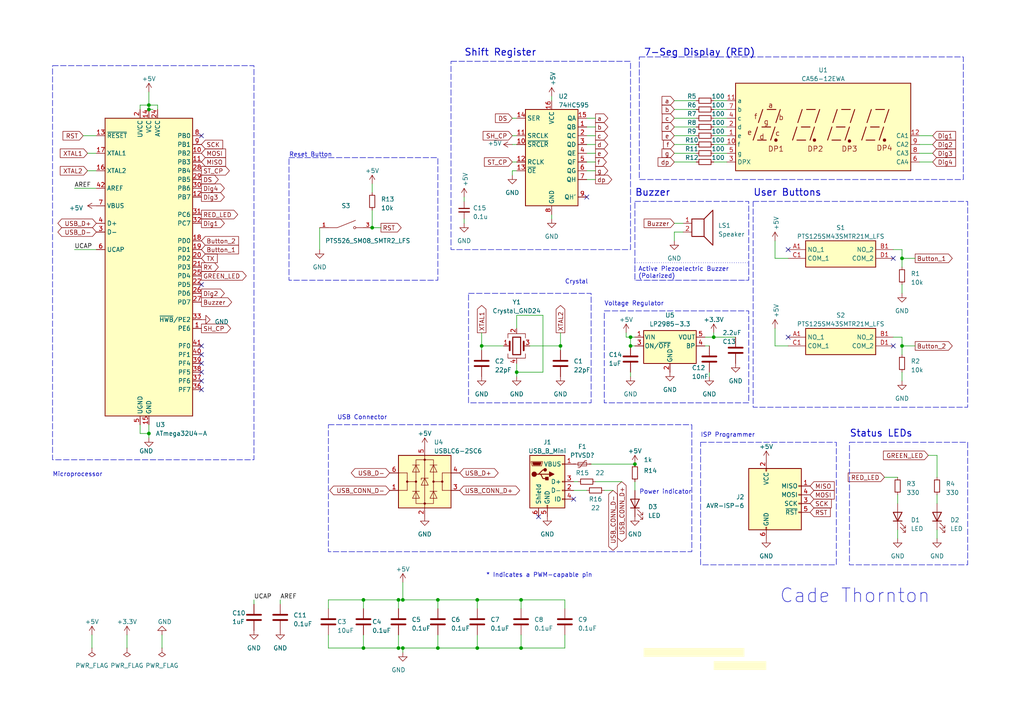
<source format=kicad_sch>
(kicad_sch (version 20230121) (generator eeschema)
  (paper "A4")
  (title_block (title "Arduino Uno Shield") (date "2023-03-22") (rev "1.0"))
  (lib_symbols
    (symbol "+5V_1" (power) (pin_names (offset 0))
      (property "Value" "+5V_1" (at 0 3.556 0))
      (symbol "+5V_1_1_1"
        (pin power_in line (at 0 0 90) (length 0) hide (name "+5V") (number "1"))
      )
    )
    (symbol "74xx:74HC595"
      (property "Reference" "U" (at -7.62 13.97 0))
      (property "Value" "74HC595" (at -7.62 -16.51 0))
      (symbol "74HC595_1_0"
        (pin tri_state line (at 10.16 7.62 180) (length 2.54) (name "QB") (number "1"))
        (pin input line (at -10.16 2.54 0) (length 2.54) (name "~{SRCLR}") (number "10"))
        (pin input line (at -10.16 5.08 0) (length 2.54) (name "SRCLK") (number "11"))
        (pin input line (at -10.16 -2.54 0) (length 2.54) (name "RCLK") (number "12"))
        (pin input line (at -10.16 -5.08 0) (length 2.54) (name "~{OE}") (number "13"))
        (pin input line (at -10.16 10.16 0) (length 2.54) (name "SER") (number "14"))
        (pin tri_state line (at 10.16 10.16 180) (length 2.54) (name "QA") (number "15"))
        (pin power_in line (at 0 15.24 270) (length 2.54) (name "VCC") (number "16"))
        (pin tri_state line (at 10.16 5.08 180) (length 2.54) (name "QC") (number "2"))
        (pin tri_state line (at 10.16 2.54 180) (length 2.54) (name "QD") (number "3"))
        (pin tri_state line (at 10.16 0 180) (length 2.54) (name "QE") (number "4"))
        (pin tri_state line (at 10.16 -2.54 180) (length 2.54) (name "QF") (number "5"))
        (pin tri_state line (at 10.16 -5.08 180) (length 2.54) (name "QG") (number "6"))
        (pin tri_state line (at 10.16 -7.62 180) (length 2.54) (name "QH") (number "7"))
        (pin power_in line (at 0 -17.78 90) (length 2.54) (name "GND") (number "8"))
        (pin output line (at 10.16 -12.7 180) (length 2.54) (name "QH'") (number "9"))
      )
    )
    (symbol "Connector:AVR-ISP-6" (pin_names (offset 1.016))
      (property "Reference" "J" (at -6.35 11.43 0))
      (property "Value" "AVR-ISP-6" (at 0 11.43 0))
      (symbol "AVR-ISP-6_1_1"
        (pin passive line (at 10.16 5.08 180) (length 2.54) (name "MISO") (number "1"))
        (pin passive line (at -2.54 12.7 270) (length 2.54) (name "VCC") (number "2"))
        (pin passive line (at 10.16 0 180) (length 2.54) (name "SCK") (number "3"))
        (pin passive line (at 10.16 2.54 180) (length 2.54) (name "MOSI") (number "4"))
        (pin passive line (at 10.16 -2.54 180) (length 2.54) (name "~{RST}") (number "5"))
        (pin passive line (at -2.54 -10.16 90) (length 2.54) (name "GND") (number "6"))
      )
    )
    (symbol "Connector:USB_B_Mini" (pin_names (offset 1.016))
      (property "Reference" "J" (at -5.08 11.43 0))
      (property "Value" "USB_B_Mini" (at -5.08 8.89 0))
      (symbol "USB_B_Mini_1_1"
        (pin power_out line (at 7.62 5.08 180) (length 2.54) (name "VBUS") (number "1"))
        (pin bidirectional line (at 7.62 -2.54 180) (length 2.54) (name "D-") (number "2"))
        (pin bidirectional line (at 7.62 0 180) (length 2.54) (name "D+") (number "3"))
        (pin passive line (at 7.62 -5.08 180) (length 2.54) (name "ID") (number "4"))
        (pin power_out line (at 0 -10.16 90) (length 2.54) (name "GND") (number "5"))
        (pin passive line (at -2.54 -10.16 90) (length 2.54) (name "Shield") (number "6"))
      )
    )
    (symbol "Device:C" (pin_numbers hide) (pin_names (offset 0.254))
      (property "Reference" "C" (at 0.635 2.54 0))
      (property "Value" "C" (at 0.635 -2.54 0))
      (symbol "C_1_1"
        (pin passive line (at 0 3.81 270) (length 2.794) (name "~") (number "1"))
        (pin passive line (at 0 -3.81 90) (length 2.794) (name "~") (number "2"))
      )
    )
    (symbol "Device:C_Small" (pin_numbers hide) (pin_names (offset 0.254) hide)
      (property "Reference" "C" (at 0.254 1.778 0))
      (property "Value" "C_Small" (at 0.254 -2.032 0))
      (symbol "C_Small_1_1"
        (pin passive line (at 0 2.54 270) (length 2.032) (name "~") (number "1"))
        (pin passive line (at 0 -2.54 90) (length 2.032) (name "~") (number "2"))
      )
    )
    (symbol "Device:Crystal_GND24" (pin_names (offset 1.016) hide)
      (property "Reference" "Y" (at 3.175 5.08 0))
      (property "Value" "Crystal_GND24" (at 3.175 3.175 0))
      (symbol "Crystal_GND24_1_1"
        (pin passive line (at -3.81 0 0) (length 1.27) (name "1") (number "1"))
        (pin passive line (at 0 5.08 270) (length 1.27) (name "2") (number "2"))
        (pin passive line (at 3.81 0 180) (length 1.27) (name "3") (number "3"))
        (pin passive line (at 0 -5.08 90) (length 1.27) (name "4") (number "4"))
      )
    )
    (symbol "Device:LED" (pin_numbers hide) (pin_names (offset 1.016) hide)
      (property "Reference" "D" (at 0 2.54 0))
      (property "Value" "LED" (at 0 -2.54 0))
      (symbol "LED_1_1"
        (pin passive line (at -3.81 0 0) (length 2.54) (name "K") (number "1"))
        (pin passive line (at 3.81 0 180) (length 2.54) (name "A") (number "2"))
      )
    )
    (symbol "Device:Polyfuse_Small" (pin_numbers hide) (pin_names (offset 0))
      (property "Reference" "F" (at -1.905 0 90))
      (property "Value" "Polyfuse_Small" (at 1.905 0 90))
      (symbol "Polyfuse_Small_1_1"
        (pin passive line (at 0 2.54 270) (length 0.635) (name "~") (number "1"))
        (pin passive line (at 0 -2.54 90) (length 0.635) (name "~") (number "2"))
      )
    )
    (symbol "Device:R_Small" (pin_numbers hide) (pin_names (offset 0.254) hide)
      (property "Reference" "R" (at 0.762 0.508 0))
      (property "Value" "R_Small" (at 0.762 -1.016 0))
      (symbol "R_Small_1_1"
        (pin passive line (at 0 2.54 270) (length 0.762) (name "~") (number "1"))
        (pin passive line (at 0 -2.54 90) (length 0.762) (name "~") (number "2"))
      )
    )
    (symbol "Device:Speaker" (pin_names (offset 0) hide)
      (property "Reference" "LS" (at 1.27 5.715 0))
      (property "Value" "Speaker" (at 1.27 3.81 0))
      (symbol "Speaker_1_1"
        (pin input line (at -5.08 0 0) (length 2.54) (name "1") (number "1"))
        (pin input line (at -5.08 -2.54 0) (length 2.54) (name "2") (number "2"))
      )
    )
    (symbol "Display_Character:CA56-12EWA"
      (property "Reference" "U" (at -24.13 13.97 0))
      (property "Value" "CA56-12EWA" (at 19.05 13.97 0))
      (symbol "CA56-12EWA_0_0"
        (text "a" (at -15.24 6.35 0) (effects (font (size 1.524 1.524))))
        (text "b" (at -12.192 2.794 0) (effects (font (size 1.524 1.524))))
        (text "c" (at -13.208 -1.778 0) (effects (font (size 1.524 1.524))))
        (text "d" (at -17.78 -2.794 0) (effects (font (size 1.524 1.524))))
        (text "DP1" (at -13.716 -6.35 0) (effects (font (size 1.524 1.524))))
        (text "DP2" (at -2.286 -6.35 0) (effects (font (size 1.524 1.524))))
        (text "DP3" (at 7.62 -6.35 0) (effects (font (size 1.524 1.524))))
        (text "DP4" (at 17.78 -6.096 0) (effects (font (size 1.524 1.524))))
        (text "e" (at -21.336 -1.524 0) (effects (font (size 1.524 1.524))))
        (text "f" (at -19.558 3.048 0) (effects (font (size 1.524 1.524))))
        (text "g" (at -16.51 1.524 0) (effects (font (size 1.524 1.524))))
      )
      (symbol "CA56-12EWA_1_1"
        (pin input line (at -27.94 -2.54 0) (length 2.54) (name "e") (number "1"))
        (pin input line (at -27.94 -5.08 0) (length 2.54) (name "f") (number "10"))
        (pin input line (at -27.94 7.62 0) (length 2.54) (name "a") (number "11"))
        (pin input line (at 27.94 -2.54 180) (length 2.54) (name "CA1") (number "12"))
        (pin input line (at -27.94 0 0) (length 2.54) (name "d") (number "2"))
        (pin input line (at -27.94 -10.16 0) (length 2.54) (name "DPX") (number "3"))
        (pin input line (at -27.94 2.54 0) (length 2.54) (name "c") (number "4"))
        (pin input line (at -27.94 -7.62 0) (length 2.54) (name "g") (number "5"))
        (pin input line (at 27.94 -10.16 180) (length 2.54) (name "CA4") (number "6"))
        (pin input line (at -27.94 5.08 0) (length 2.54) (name "b") (number "7"))
        (pin input line (at 27.94 -7.62 180) (length 2.54) (name "CA3") (number "8"))
        (pin input line (at 27.94 -5.08 180) (length 2.54) (name "CA2") (number "9"))
      )
    )
    (symbol "GND_1" (power) (pin_names (offset 0))
      (property "Value" "GND_1" (at 0 -3.81 0))
      (symbol "GND_1_1_1"
        (pin power_in line (at 0 0 270) (length 0) hide (name "GND") (number "1"))
      )
    )
    (symbol "GND_2" (power) (pin_names (offset 0))
      (property "Value" "GND_2" (at 0 -3.81 0))
      (symbol "GND_2_1_1"
        (pin power_in line (at 0 0 270) (length 0) hide (name "GND") (number "1"))
      )
    )
    (symbol "GND_3" (power) (pin_names (offset 0))
      (property "Value" "GND_3" (at 0 -3.81 0))
      (symbol "GND_3_1_1"
        (pin power_in line (at 0 0 270) (length 0) hide (name "GND") (number "1"))
      )
    )
    (symbol "GND_4" (power) (pin_names (offset 0))
      (property "Value" "GND_4" (at 0 -3.81 0))
      (symbol "GND_4_1_1"
        (pin power_in line (at 0 0 270) (length 0) hide (name "GND") (number "1"))
      )
    )
    (symbol "MCU_Microchip_ATmega:ATmega32U4-A"
      (property "Reference" "U" (at -12.7 44.45 0))
      (property "Value" "ATmega32U4-A" (at 2.54 -44.45 0))
      (symbol "ATmega32U4-A_1_1"
        (pin bidirectional line (at 15.24 -17.78 180) (length 2.54) (name "PE6") (number "1"))
        (pin bidirectional line (at 15.24 33.02 180) (length 2.54) (name "PB2") (number "10"))
        (pin bidirectional line (at 15.24 30.48 180) (length 2.54) (name "PB3") (number "11"))
        (pin bidirectional line (at 15.24 20.32 180) (length 2.54) (name "PB7") (number "12"))
        (pin input line (at -15.24 38.1 0) (length 2.54) (name "~{RESET}") (number "13"))
        (pin power_in line (at 0 45.72 270) (length 2.54) (name "VCC") (number "14"))
        (pin power_in line (at 0 -45.72 90) (length 2.54) (name "GND") (number "15"))
        (pin output line (at -15.24 27.94 0) (length 2.54) (name "XTAL2") (number "16"))
        (pin input line (at -15.24 33.02 0) (length 2.54) (name "XTAL1") (number "17"))
        (pin bidirectional line (at 15.24 7.62 180) (length 2.54) (name "PD0") (number "18"))
        (pin bidirectional line (at 15.24 5.08 180) (length 2.54) (name "PD1") (number "19"))
        (pin power_in line (at -2.54 45.72 270) (length 2.54) (name "UVCC") (number "2"))
        (pin bidirectional line (at 15.24 2.54 180) (length 2.54) (name "PD2") (number "20"))
        (pin bidirectional line (at 15.24 0 180) (length 2.54) (name "PD3") (number "21"))
        (pin bidirectional line (at 15.24 -5.08 180) (length 2.54) (name "PD5") (number "22"))
        (pin passive line (at 0 -45.72 90) (length 2.54) hide (name "GND") (number "23"))
        (pin power_in line (at 2.54 45.72 270) (length 2.54) (name "AVCC") (number "24"))
        (pin bidirectional line (at 15.24 -2.54 180) (length 2.54) (name "PD4") (number "25"))
        (pin bidirectional line (at 15.24 -7.62 180) (length 2.54) (name "PD6") (number "26"))
        (pin bidirectional line (at 15.24 -10.16 180) (length 2.54) (name "PD7") (number "27"))
        (pin bidirectional line (at 15.24 27.94 180) (length 2.54) (name "PB4") (number "28"))
        (pin bidirectional line (at 15.24 25.4 180) (length 2.54) (name "PB5") (number "29"))
        (pin bidirectional line (at -15.24 10.16 0) (length 2.54) (name "D-") (number "3"))
        (pin bidirectional line (at 15.24 22.86 180) (length 2.54) (name "PB6") (number "30"))
        (pin bidirectional line (at 15.24 15.24 180) (length 2.54) (name "PC6") (number "31"))
        (pin bidirectional line (at 15.24 12.7 180) (length 2.54) (name "PC7") (number "32"))
        (pin bidirectional line (at 15.24 -15.24 180) (length 2.54) (name "~{HWB}/PE2") (number "33"))
        (pin passive line (at 0 45.72 270) (length 2.54) hide (name "VCC") (number "34"))
        (pin passive line (at 0 -45.72 90) (length 2.54) hide (name "GND") (number "35"))
        (pin bidirectional line (at 15.24 -35.56 180) (length 2.54) (name "PF7") (number "36"))
        (pin bidirectional line (at 15.24 -33.02 180) (length 2.54) (name "PF6") (number "37"))
        (pin bidirectional line (at 15.24 -30.48 180) (length 2.54) (name "PF5") (number "38"))
        (pin bidirectional line (at 15.24 -27.94 180) (length 2.54) (name "PF4") (number "39"))
        (pin bidirectional line (at -15.24 12.7 0) (length 2.54) (name "D+") (number "4"))
        (pin bidirectional line (at 15.24 -25.4 180) (length 2.54) (name "PF1") (number "40"))
        (pin bidirectional line (at 15.24 -22.86 180) (length 2.54) (name "PF0") (number "41"))
        (pin passive line (at -15.24 22.86 0) (length 2.54) (name "AREF") (number "42"))
        (pin passive line (at 0 -45.72 90) (length 2.54) hide (name "GND") (number "43"))
        (pin passive line (at 2.54 45.72 270) (length 2.54) hide (name "AVCC") (number "44"))
        (pin passive line (at -2.54 -45.72 90) (length 2.54) (name "UGND") (number "5"))
        (pin passive line (at -15.24 5.08 0) (length 2.54) (name "UCAP") (number "6"))
        (pin input line (at -15.24 17.78 0) (length 2.54) (name "VBUS") (number "7"))
        (pin bidirectional line (at 15.24 38.1 180) (length 2.54) (name "PB0") (number "8"))
        (pin bidirectional line (at 15.24 35.56 180) (length 2.54) (name "PB1") (number "9"))
      )
    )
    (symbol "PTS125_SMD_Button:PTS125SM43SMTR21M_LFS"
      (property "Reference" "S" (at 26.67 7.62 0))
      (property "Value" "PTS125SM43SMTR21M_LFS" (at 26.67 5.08 0))
      (symbol "PTS125SM43SMTR21M_LFS_1_1"
        (pin passive line (at 0 0 0) (length 5.08) (name "NO_1") (number "A1"))
        (pin passive line (at 30.48 0 180) (length 5.08) (name "NO_2") (number "B1"))
        (pin passive line (at 0 -2.54 0) (length 5.08) (name "COM_1") (number "C1"))
        (pin passive line (at 30.48 -2.54 180) (length 5.08) (name "COM_2") (number "D1"))
      )
    )
    (symbol "PTS526_SMD_Button:PTS526_SM08_SMTR2_LFS" (pin_names (offset 1.016))
      (property "Reference" "S" (at -2.54 2.54 0))
      (property "Value" "PTS526_SM08_SMTR2_LFS" (at -2.54 -2.54 0))
      (symbol "PTS526_SM08_SMTR2_LFS_0_0"
        (pin passive line (at -7.62 0 0) (length 2.54) (name "~") (number "1"))
        (pin passive line (at 7.62 0 180) (length 2.54) (name "~") (number "3"))
      )
    )
    (symbol "Power_Protection:USBLC6-2SC6" (pin_names hide)
      (property "Reference" "U" (at 2.54 8.89 0))
      (property "Value" "USBLC6-2SC6" (at 2.54 -8.89 0))
      (symbol "USBLC6-2SC6_1_1"
        (pin passive line (at -10.16 -2.54 0) (length 2.54) (name "I/O1") (number "1"))
        (pin passive line (at 0 -10.16 90) (length 2.54) (name "GND") (number "2"))
        (pin passive line (at 10.16 -2.54 180) (length 2.54) (name "I/O2") (number "3"))
        (pin passive line (at 10.16 2.54 180) (length 2.54) (name "I/O2") (number "4"))
        (pin passive line (at 0 10.16 270) (length 2.54) (name "VBUS") (number "5"))
        (pin passive line (at -10.16 2.54 0) (length 2.54) (name "I/O1") (number "6"))
      )
    )
    (symbol "Regulator_Linear:LP2985-3.3" (pin_names (offset 0.254))
      (property "Reference" "U" (at -6.35 5.715 0))
      (property "Value" "LP2985-3.3" (at 0 5.715 0))
      (symbol "LP2985-3.3_1_1"
        (pin power_in line (at -10.16 2.54 0) (length 2.54) (name "VIN") (number "1"))
        (pin power_in line (at 0 -7.62 90) (length 2.54) (name "GND") (number "2"))
        (pin input line (at -10.16 0 0) (length 2.54) (name "ON/~{OFF}") (number "3"))
        (pin input line (at 10.16 0 180) (length 2.54) (name "BP") (number "4"))
        (pin power_out line (at 10.16 2.54 180) (length 2.54) (name "VOUT") (number "5"))
      )
    )
    (symbol "power:+3.3V" (power) (pin_names (offset 0))
      (property "Value" "+3.3V" (at 0 3.556 0))
      (symbol "+3.3V_1_1"
        (pin power_in line (at 0 0 90) (length 0) hide (name "+3.3V") (number "1"))
      )
    )
    (symbol "power:+5V" (power) (pin_names (offset 0))
      (property "Value" "+5V" (at 0 3.556 0))
      (symbol "+5V_1_1"
        (pin power_in line (at 0 0 90) (length 0) hide (name "+5V") (number "1"))
      )
    )
    (symbol "power:GND" (power) (pin_names (offset 0))
      (property "Value" "GND" (at 0 -3.81 0))
      (symbol "GND_1_1"
        (pin power_in line (at 0 0 270) (length 0) hide (name "GND") (number "1"))
      )
    )
    (symbol "power:PWR_FLAG" (power) (pin_numbers hide) (pin_names (offset 0) hide)
      (property "Value" "PWR_FLAG" (at 0 3.81 0))
      (symbol "PWR_FLAG_0_0"
        (pin power_out line (at 0 0 90) (length 0) (name "pwr") (number "1"))
      )
    )
  )
  (junction (at 43.18 30.48))
  (junction (at 116.84 173.99))
  (junction (at 105.41 187.96))
  (junction (at 115.57 173.99))
  (junction (at 138.43 173.99))
  (junction (at 207.01 97.79))
  (junction (at 184.15 134.62))
  (junction (at 105.41 173.99))
  (junction (at 149.86 107.95))
  (junction (at 127 187.96))
  (junction (at 127 173.99))
  (junction (at 261.62 100.33))
  (junction (at 182.88 97.79))
  (junction (at 151.13 187.96))
  (junction (at 261.62 74.93))
  (junction (at 115.57 187.96))
  (junction (at 151.13 173.99))
  (junction (at 107.95 66.04))
  (junction (at 182.88 100.33))
  (junction (at 162.56 100.33))
  (junction (at 116.84 187.96))
  (junction (at 43.18 31.75))
  (junction (at 43.18 125.73))
  (junction (at 139.7 100.33))
  (junction (at 138.43 187.96))
  (no_connect (at 58.42 100.33))
  (no_connect (at 58.42 82.55))
  (no_connect (at 156.21 149.86))
  (no_connect (at 170.18 57.15))
  (no_connect (at 228.6 97.79))
  (no_connect (at 58.42 110.49))
  (no_connect (at 58.42 105.41))
  (no_connect (at 58.42 102.87))
  (no_connect (at 58.42 113.03))
  (no_connect (at 259.08 74.93))
  (no_connect (at 58.42 107.95))
  (no_connect (at 259.08 100.33))
  (no_connect (at 228.6 72.39))
  (no_connect (at 58.42 39.37))
  (no_connect (at 166.37 144.78))
  (wire (pts (xy 105.41 173.99) (xy 115.57 173.99)))
  (wire (pts (xy 151.13 173.99) (xy 163.83 173.99)))
  (wire (pts (xy 160.02 62.23) (xy 160.02 63.5)))
  (wire (pts (xy 162.56 96.52) (xy 162.56 100.33)))
  (wire (pts (xy 261.62 100.33) (xy 261.62 102.87)))
  (wire (pts (xy 207.01 34.29) (xy 210.82 34.29)))
  (wire (pts (xy 138.43 187.96) (xy 151.13 187.96)))
  (wire (pts (xy 138.43 173.99) (xy 151.13 173.99)))
  (wire (pts (xy 184.15 100.33) (xy 182.88 100.33)))
  (wire (pts (xy 151.13 176.53) (xy 151.13 173.99)))
  (wire (pts (xy 105.41 187.96) (xy 115.57 187.96)))
  (wire (pts (xy 195.58 67.31) (xy 195.58 69.85)))
  (wire (pts (xy 170.18 34.29) (xy 172.72 34.29)))
  (wire (pts (xy 115.57 187.96) (xy 116.84 187.96)))
  (wire (pts (xy 261.62 100.33) (xy 265.43 100.33)))
  (wire (pts (xy 95.25 176.53) (xy 95.25 173.99)))
  (wire (pts (xy 228.6 74.93) (xy 224.79 74.93)))
  (wire (pts (xy 105.41 184.15) (xy 105.41 187.96)))
  (wire (pts (xy 204.47 100.33) (xy 205.74 100.33)))
  (wire (pts (xy 261.62 74.93) (xy 261.62 77.47)))
  (wire (pts (xy 138.43 184.15) (xy 138.43 187.96)))
  (wire (pts (xy 260.35 143.51) (xy 260.35 146.05)))
  (wire (pts (xy 43.18 31.75) (xy 44.45 31.75)))
  (wire (pts (xy 81.28 173.99) (xy 81.28 175.26)))
  (wire (pts (xy 166.37 142.24) (xy 170.18 142.24)))
  (wire (pts (xy 148.59 39.37) (xy 149.86 39.37)))
  (wire (pts (xy 127 187.96) (xy 138.43 187.96)))
  (wire (pts (xy 259.08 72.39) (xy 261.62 72.39)))
  (wire (pts (xy 149.86 107.95) (xy 149.86 109.22)))
  (wire (pts (xy 116.84 187.96) (xy 127 187.96)))
  (wire (pts (xy 172.72 139.7) (xy 180.34 139.7)))
  (wire (pts (xy 163.83 176.53) (xy 163.83 173.99)))
  (wire (pts (xy 195.58 34.29) (xy 201.93 34.29)))
  (wire (pts (xy 195.58 64.77) (xy 198.12 64.77)))
  (wire (pts (xy 266.7 41.91) (xy 270.51 41.91)))
  (wire (pts (xy 151.13 187.96) (xy 163.83 187.96)))
  (wire (pts (xy 43.18 26.67) (xy 43.18 30.48)))
  (wire (pts (xy 207.01 96.52) (xy 207.01 97.79)))
  (wire (pts (xy 271.78 132.08) (xy 271.78 138.43)))
  (wire (pts (xy 134.62 57.15) (xy 134.62 58.42)))
  (wire (pts (xy 195.58 31.75) (xy 201.93 31.75)))
  (wire (pts (xy 116.84 187.96) (xy 116.84 189.23)))
  (wire (pts (xy 149.86 105.41) (xy 149.86 107.95)))
  (wire (pts (xy 45.72 31.75) (xy 45.72 30.48)))
  (wire (pts (xy 149.86 49.53) (xy 148.59 49.53)))
  (wire (pts (xy 115.57 176.53) (xy 115.57 173.99)))
  (wire (pts (xy 163.83 184.15) (xy 163.83 187.96)))
  (wire (pts (xy 271.78 143.51) (xy 271.78 146.05)))
  (wire (pts (xy 195.58 39.37) (xy 201.93 39.37)))
  (wire (pts (xy 207.01 97.79) (xy 204.47 97.79)))
  (wire (pts (xy 160.02 27.94) (xy 160.02 29.21)))
  (wire (pts (xy 157.48 107.95) (xy 149.86 107.95)))
  (wire (pts (xy 269.24 132.08) (xy 271.78 132.08)))
  (wire (pts (xy 21.59 54.61) (xy 27.94 54.61)))
  (wire (pts (xy 134.62 63.5) (xy 134.62 64.77)))
  (wire (pts (xy 25.4 44.45) (xy 27.94 44.45)))
  (wire (pts (xy 116.84 168.91) (xy 116.84 173.99)))
  (wire (pts (xy 92.71 66.04) (xy 92.71 72.39)))
  (wire (pts (xy 43.18 30.48) (xy 43.18 31.75)))
  (wire (pts (xy 195.58 41.91) (xy 201.93 41.91)))
  (wire (pts (xy 148.59 34.29) (xy 149.86 34.29)))
  (wire (pts (xy 207.01 29.21) (xy 210.82 29.21)))
  (wire (pts (xy 46.99 184.15) (xy 46.99 187.96)))
  (wire (pts (xy 21.59 72.39) (xy 27.94 72.39)))
  (wire (pts (xy 261.62 74.93) (xy 265.43 74.93)))
  (wire (pts (xy 271.78 153.67) (xy 271.78 156.21)))
  (wire (pts (xy 170.18 46.99) (xy 172.72 46.99)))
  (wire (pts (xy 266.7 44.45) (xy 270.51 44.45)))
  (wire (pts (xy 95.25 187.96) (xy 105.41 187.96)))
  (wire (pts (xy 171.45 134.62) (xy 184.15 134.62)))
  (wire (pts (xy 36.83 184.15) (xy 36.83 187.96)))
  (wire (pts (xy 162.56 101.6) (xy 162.56 100.33)))
  (wire (pts (xy 148.59 41.91) (xy 149.86 41.91)))
  (wire (pts (xy 207.01 36.83) (xy 210.82 36.83)))
  (wire (pts (xy 107.95 66.04) (xy 110.49 66.04)))
  (wire (pts (xy 116.84 173.99) (xy 127 173.99)))
  (wire (pts (xy 43.18 123.19) (xy 43.18 125.73)))
  (wire (pts (xy 182.88 97.79) (xy 182.88 100.33)))
  (wire (pts (xy 139.7 96.52) (xy 139.7 100.33)))
  (wire (pts (xy 115.57 173.99) (xy 116.84 173.99)))
  (wire (pts (xy 195.58 46.99) (xy 201.93 46.99)))
  (wire (pts (xy 198.12 67.31) (xy 195.58 67.31)))
  (wire (pts (xy 182.88 97.79) (xy 181.61 97.79)))
  (wire (pts (xy 40.64 123.19) (xy 40.64 125.73)))
  (wire (pts (xy 45.72 30.48) (xy 43.18 30.48)))
  (wire (pts (xy 127 176.53) (xy 127 173.99)))
  (wire (pts (xy 162.56 100.33) (xy 153.67 100.33)))
  (wire (pts (xy 43.18 125.73) (xy 43.18 127)))
  (wire (pts (xy 95.25 173.99) (xy 105.41 173.99)))
  (wire (pts (xy 207.01 97.79) (xy 213.36 97.79)))
  (wire (pts (xy 95.25 184.15) (xy 95.25 187.96)))
  (wire (pts (xy 184.15 97.79) (xy 182.88 97.79)))
  (wire (pts (xy 148.59 49.53) (xy 148.59 50.8)))
  (wire (pts (xy 207.01 44.45) (xy 210.82 44.45)))
  (wire (pts (xy 127 173.99) (xy 138.43 173.99)))
  (wire (pts (xy 170.18 39.37) (xy 172.72 39.37)))
  (wire (pts (xy 261.62 72.39) (xy 261.62 74.93)))
  (wire (pts (xy 207.01 31.75) (xy 210.82 31.75)))
  (wire (pts (xy 195.58 36.83) (xy 201.93 36.83)))
  (wire (pts (xy 139.7 100.33) (xy 146.05 100.33)))
  (wire (pts (xy 207.01 41.91) (xy 210.82 41.91)))
  (wire (pts (xy 149.86 95.25) (xy 149.86 91.44)))
  (wire (pts (xy 184.15 139.7) (xy 184.15 142.24)))
  (wire (pts (xy 40.64 31.75) (xy 40.64 30.48)))
  (wire (pts (xy 166.37 139.7) (xy 167.64 139.7)))
  (wire (pts (xy 157.48 91.44) (xy 157.48 107.95)))
  (wire (pts (xy 139.7 101.6) (xy 139.7 100.33)))
  (wire (pts (xy 261.62 82.55) (xy 261.62 85.09)))
  (wire (pts (xy 73.66 173.99) (xy 73.66 175.26)))
  (wire (pts (xy 170.18 41.91) (xy 172.72 41.91)))
  (wire (pts (xy 151.13 184.15) (xy 151.13 187.96)))
  (wire (pts (xy 266.7 46.99) (xy 270.51 46.99)))
  (wire (pts (xy 170.18 44.45) (xy 172.72 44.45)))
  (wire (pts (xy 40.64 30.48) (xy 43.18 30.48)))
  (wire (pts (xy 224.79 74.93) (xy 224.79 69.85)))
  (wire (pts (xy 170.18 36.83) (xy 172.72 36.83)))
  (wire (pts (xy 127 184.15) (xy 127 187.96)))
  (wire (pts (xy 138.43 176.53) (xy 138.43 173.99)))
  (wire (pts (xy 261.62 107.95) (xy 261.62 110.49)))
  (wire (pts (xy 25.4 49.53) (xy 27.94 49.53)))
  (wire (pts (xy 195.58 29.21) (xy 201.93 29.21)))
  (wire (pts (xy 195.58 44.45) (xy 201.93 44.45)))
  (wire (pts (xy 149.86 91.44) (xy 157.48 91.44)))
  (wire (pts (xy 24.13 39.37) (xy 27.94 39.37)))
  (wire (pts (xy 182.88 107.95) (xy 182.88 109.22)))
  (wire (pts (xy 259.08 97.79) (xy 261.62 97.79)))
  (wire (pts (xy 260.35 153.67) (xy 260.35 156.21)))
  (wire (pts (xy 40.64 125.73) (xy 43.18 125.73)))
  (wire (pts (xy 224.79 100.33) (xy 224.79 95.25)))
  (wire (pts (xy 207.01 39.37) (xy 210.82 39.37)))
  (wire (pts (xy 105.41 176.53) (xy 105.41 173.99)))
  (wire (pts (xy 170.18 52.07) (xy 172.72 52.07)))
  (wire (pts (xy 115.57 184.15) (xy 115.57 187.96)))
  (wire (pts (xy 107.95 53.34) (xy 107.95 55.88)))
  (wire (pts (xy 266.7 39.37) (xy 270.51 39.37)))
  (wire (pts (xy 228.6 100.33) (xy 224.79 100.33)))
  (wire (pts (xy 205.74 107.95) (xy 205.74 109.22)))
  (wire (pts (xy 26.67 184.15) (xy 26.67 187.96)))
  (wire (pts (xy 148.59 46.99) (xy 149.86 46.99)))
  (wire (pts (xy 261.62 97.79) (xy 261.62 100.33)))
  (wire (pts (xy 256.54 138.43) (xy 260.35 138.43)))
  (wire (pts (xy 107.95 60.96) (xy 107.95 66.04)))
  (wire (pts (xy 181.61 97.79) (xy 181.61 96.52)))
  (wire (pts (xy 170.18 49.53) (xy 172.72 49.53)))
  (wire (pts (xy 207.01 46.99) (xy 210.82 46.99)))
  (wire (pts (xy 175.26 142.24) (xy 177.8 142.24)))
  (rectangle (start 15.24 19.05) (end 73.66 133.35) (stroke (width 0) (type dash)))
  (rectangle (start 186.69 187.96) (end 215.9 190.5) (stroke (width -0.0001)) (fill (type color) (color 255 253 207 1)))
  (rectangle (start 246.38 128.27) (end 280.67 163.83) (stroke (width 0) (type dash)))
  (rectangle (start 83.82 45.72) (end 127 81.28) (stroke (width 0) (type dash)))
  (rectangle (start 203.2 128.27) (end 242.57 163.83) (stroke (width 0) (type dash)))
  (rectangle (start 175.26 90.17) (end 217.17 116.84) (stroke (width 0) (type dash)))
  (rectangle (start 184.15 58.42) (end 217.17 81.28) (stroke (width 0) (type dash)))
  (rectangle (start 218.44 58.42) (end 280.67 118.11) (stroke (width 0) (type dash)))
  (rectangle (start 135.89 85.09) (end 171.45 116.84) (stroke (width 0) (type dash)))
  (rectangle (start 207.01 191.77) (end 222.25 194.31) (stroke (width -0.0001)) (fill (type color) (color 255 253 207 1)))
  (rectangle (start 130.81 17.78) (end 182.88 72.39) (stroke (width 0) (type dash)))
  (rectangle (start 95.25 123.19) (end 200.66 160.02) (stroke (width 0) (type dash)))
  (rectangle (start 185.42 16.51) (end 279.4 52.07) (stroke (width 0) (type dash)))
  (text_box "Active Piezoelectric Buzzer (Polarized)" (at 184.15 76.2 0) (size 33.02 5.08) (stroke (width 0) (type dot)) (effects (font (size 1.27 1.27)) (justify left top)))
  (text "Reset Button" (at 83.82 45.72 0) (effects (font (size 1.27 1.27)) (justify left bottom)))
  (text "Shift Register" (at 134.62 16.51 0) (effects (font (size 2 2) (thickness 0.254) bold) (justify left bottom)))
  (text "Cade Thornton" (at 226.06 175.26 0) (effects (font (size 4 4)) (justify left bottom)))
  (text "Microprocessor" (at 15.24 138.43 0) (effects (font (size 1.27 1.27)) (justify left bottom)))
  (text "USB Connector" (at 97.79 121.92 0) (effects (font (size 1.27 1.27)) (justify left bottom)))
  (text "ISP Programmer\n" (at 203.2 127 0) (effects (font (size 1.27 1.27)) (justify left bottom)))
  (text "Status LEDs" (at 246.38 127 0) (effects (font (size 2 2) (thickness 0.254) bold) (justify left bottom)))
  (text "Power indicator" (at 185.42 143.51 0) (effects (font (size 1.27 1.27)) (justify left bottom)))
  (text "User Buttons" (at 218.44 57.15 0) (effects (font (size 2 2) (thickness 0.254) bold) (justify left bottom)))
  (text "Buzzer" (at 184.15 57.15 0) (effects (font (size 2 2) (thickness 0.254) bold) (justify left bottom)))
  (text "* Indicates a PWM-capable pin" (at 140.97 167.64 0) (effects (font (size 1.27 1.27)) (justify left bottom)))
  (text "Voltage Regulator" (at 175.26 88.9 0) (effects (font (size 1.27 1.27)) (justify left bottom)))
  (text "7-Seg Display (RED)" (at 186.69 16.51 0) (effects (font (size 2 2) (thickness 0.254) bold) (justify left bottom)))
  (text "Crystal" (at 163.83 82.55 0) (effects (font (size 1.27 1.27)) (justify left bottom)))
  (label "AREF" (at 21.59 54.61 0))
  (label "UCAP" (at 21.59 72.39 0))
  (label "UCAP" (at 73.66 173.99 0))
  (label "AREF" (at 81.28 173.99 0))
  (global_label "Button_2" (shape input) (at 58.42 69.85 0) (property "Intersheetrefs" "${INTERSHEET_REFS}" (effects hide)))
  (global_label "e" (shape output) (at 172.72 44.45 0) (property "Intersheetrefs" "${INTERSHEET_REFS}" (effects hide)))
  (global_label "Button_1" (shape output) (at 265.43 74.93 0) (property "Intersheetrefs" "${INTERSHEET_REFS}" (effects hide)))
  (global_label "g" (shape output) (at 172.72 49.53 0) (property "Intersheetrefs" "${INTERSHEET_REFS}" (effects hide)))
  (global_label "XTAL1" (shape output) (at 139.7 96.52 90) (property "Intersheetrefs" "${INTERSHEET_REFS}" (effects hide)))
  (global_label "SH_CP" (shape output) (at 58.42 95.25 0) (property "Intersheetrefs" "${INTERSHEET_REFS}" (effects hide)))
  (global_label "dp" (shape output) (at 172.72 52.07 0) (property "Intersheetrefs" "${INTERSHEET_REFS}" (effects hide)))
  (global_label "MISO" (shape input) (at 58.42 46.99 0) (property "Intersheetrefs" "${INTERSHEET_REFS}" (effects hide)))
  (global_label "TX" (shape input) (at 58.42 74.93 0) (property "Intersheetrefs" "${INTERSHEET_REFS}" (effects hide)))
  (global_label "b" (shape input) (at 195.58 31.75 180) (property "Intersheetrefs" "${INTERSHEET_REFS}" (effects hide)))
  (global_label "Dig2" (shape output) (at 58.42 85.09 0) (property "Intersheetrefs" "${INTERSHEET_REFS}" (effects hide)))
  (global_label "RST" (shape output) (at 110.49 66.04 0) (property "Intersheetrefs" "${INTERSHEET_REFS}" (effects hide)))
  (global_label "f" (shape output) (at 172.72 46.99 0) (property "Intersheetrefs" "${INTERSHEET_REFS}" (effects hide)))
  (global_label "ST_CP" (shape input) (at 148.59 46.99 180) (property "Intersheetrefs" "${INTERSHEET_REFS}" (effects hide)))
  (global_label "d" (shape input) (at 195.58 36.83 180) (property "Intersheetrefs" "${INTERSHEET_REFS}" (effects hide)))
  (global_label "a" (shape input) (at 195.58 29.21 180) (property "Intersheetrefs" "${INTERSHEET_REFS}" (effects hide)))
  (global_label "Button_1" (shape input) (at 58.42 72.39 0) (property "Intersheetrefs" "${INTERSHEET_REFS}" (effects hide)))
  (global_label "RST" (shape input) (at 234.95 148.59 0) (property "Intersheetrefs" "${INTERSHEET_REFS}" (effects hide)))
  (global_label "Dig4" (shape output) (at 58.42 54.61 0) (property "Intersheetrefs" "${INTERSHEET_REFS}" (effects hide)))
  (global_label "Dig1" (shape output) (at 58.42 64.77 0) (property "Intersheetrefs" "${INTERSHEET_REFS}" (effects hide)))
  (global_label "c" (shape output) (at 172.72 39.37 0) (property "Intersheetrefs" "${INTERSHEET_REFS}" (effects hide)))
  (global_label "RED_LED" (shape output) (at 58.42 62.23 0) (property "Intersheetrefs" "${INTERSHEET_REFS}" (effects hide)))
  (global_label "USB_CONN_D-" (shape bidirectional) (at 177.8 142.24 270) (property "Intersheetrefs" "${INTERSHEET_REFS}" (effects hide)))
  (global_label "g" (shape input) (at 195.58 44.45 180) (property "Intersheetrefs" "${INTERSHEET_REFS}" (effects hide)))
  (global_label "USB_D+" (shape bidirectional) (at 133.35 137.16 0) (property "Intersheetrefs" "${INTERSHEET_REFS}" (effects hide)))
  (global_label "Dig1" (shape input) (at 270.51 39.37 0) (property "Intersheetrefs" "${INTERSHEET_REFS}" (effects hide)))
  (global_label "USB_CONN_D+" (shape bidirectional) (at 133.35 142.24 0) (property "Intersheetrefs" "${INTERSHEET_REFS}" (effects hide)))
  (global_label "GREEN_LED" (shape input) (at 269.24 132.08 180) (property "Intersheetrefs" "${INTERSHEET_REFS}" (effects hide)))
  (global_label "a" (shape output) (at 172.72 34.29 0) (property "Intersheetrefs" "${INTERSHEET_REFS}" (effects hide)))
  (global_label "Dig2" (shape input) (at 270.51 41.91 0) (property "Intersheetrefs" "${INTERSHEET_REFS}" (effects hide)))
  (global_label "MOSI" (shape input) (at 58.42 44.45 0) (property "Intersheetrefs" "${INTERSHEET_REFS}" (effects hide)))
  (global_label "Dig3" (shape output) (at 58.42 57.15 0) (property "Intersheetrefs" "${INTERSHEET_REFS}" (effects hide)))
  (global_label "MISO" (shape input) (at 234.95 140.97 0) (property "Intersheetrefs" "${INTERSHEET_REFS}" (effects hide)))
  (global_label "DS" (shape input) (at 148.59 34.29 180) (property "Intersheetrefs" "${INTERSHEET_REFS}" (effects hide)))
  (global_label "SH_CP" (shape input) (at 148.59 39.37 180) (property "Intersheetrefs" "${INTERSHEET_REFS}" (effects hide)))
  (global_label "Button_2" (shape output) (at 265.43 100.33 0) (property "Intersheetrefs" "${INTERSHEET_REFS}" (effects hide)))
  (global_label "Dig4" (shape input) (at 270.51 46.99 0) (property "Intersheetrefs" "${INTERSHEET_REFS}" (effects hide)))
  (global_label "XTAL2" (shape output) (at 162.56 96.52 90) (property "Intersheetrefs" "${INTERSHEET_REFS}" (effects hide)))
  (global_label "c" (shape input) (at 195.58 34.29 180) (property "Intersheetrefs" "${INTERSHEET_REFS}" (effects hide)))
  (global_label "SCK" (shape input) (at 234.95 146.05 0) (property "Intersheetrefs" "${INTERSHEET_REFS}" (effects hide)))
  (global_label "dp" (shape input) (at 195.58 46.99 180) (property "Intersheetrefs" "${INTERSHEET_REFS}" (effects hide)))
  (global_label "USB_D+" (shape bidirectional) (at 27.94 64.77 180) (property "Intersheetrefs" "${INTERSHEET_REFS}" (effects hide)))
  (global_label "RX" (shape output) (at 58.42 77.47 0) (property "Intersheetrefs" "${INTERSHEET_REFS}" (effects hide)))
  (global_label "USB_D-" (shape bidirectional) (at 27.94 67.31 180) (property "Intersheetrefs" "${INTERSHEET_REFS}" (effects hide)))
  (global_label "USB_CONN_D+" (shape bidirectional) (at 180.34 139.7 270) (property "Intersheetrefs" "${INTERSHEET_REFS}" (effects hide)))
  (global_label "USB_D-" (shape bidirectional) (at 113.03 137.16 180) (property "Intersheetrefs" "${INTERSHEET_REFS}" (effects hide)))
  (global_label "ST_CP" (shape output) (at 58.42 49.53 0) (property "Intersheetrefs" "${INTERSHEET_REFS}" (effects hide)))
  (global_label "Dig3" (shape input) (at 270.51 44.45 0) (property "Intersheetrefs" "${INTERSHEET_REFS}" (effects hide)))
  (global_label "Buzzer" (shape input) (at 195.58 64.77 180) (property "Intersheetrefs" "${INTERSHEET_REFS}" (effects hide)))
  (global_label "XTAL1" (shape input) (at 25.4 44.45 180) (property "Intersheetrefs" "${INTERSHEET_REFS}" (effects hide)))
  (global_label "XTAL2" (shape input) (at 25.4 49.53 180) (property "Intersheetrefs" "${INTERSHEET_REFS}" (effects hide)))
  (global_label "d" (shape output) (at 172.72 41.91 0) (property "Intersheetrefs" "${INTERSHEET_REFS}" (effects hide)))
  (global_label "GREEN_LED" (shape output) (at 58.42 80.01 0) (property "Intersheetrefs" "${INTERSHEET_REFS}" (effects hide)))
  (global_label "Buzzer" (shape output) (at 58.42 87.63 0) (property "Intersheetrefs" "${INTERSHEET_REFS}" (effects hide)))
  (global_label "SCK" (shape input) (at 58.42 41.91 0) (property "Intersheetrefs" "${INTERSHEET_REFS}" (effects hide)))
  (global_label "USB_CONN_D-" (shape bidirectional) (at 113.03 142.24 180) (property "Intersheetrefs" "${INTERSHEET_REFS}" (effects hide)))
  (global_label "RST" (shape input) (at 24.13 39.37 180) (property "Intersheetrefs" "${INTERSHEET_REFS}" (effects hide)))
  (global_label "e" (shape input) (at 195.58 39.37 180) (property "Intersheetrefs" "${INTERSHEET_REFS}" (effects hide)))
  (global_label "MOSI" (shape input) (at 234.95 143.51 0) (property "Intersheetrefs" "${INTERSHEET_REFS}" (effects hide)))
  (global_label "DS" (shape output) (at 58.42 52.07 0) (property "Intersheetrefs" "${INTERSHEET_REFS}" (effects hide)))
  (global_label "f" (shape input) (at 195.58 41.91 180) (property "Intersheetrefs" "${INTERSHEET_REFS}" (effects hide)))
  (global_label "b" (shape output) (at 172.72 36.83 0) (property "Intersheetrefs" "${INTERSHEET_REFS}" (effects hide)))
  (global_label "RED_LED" (shape input) (at 256.54 138.43 180) (property "Intersheetrefs" "${INTERSHEET_REFS}" (effects hide)))
  (symbol (lib_id "power:+5V") (at 224.79 95.25 0) (unit 1)
    (property "Reference" "#PWR014" (effects hide))
    (property "Value" "+5V" (at 225.1456 92.202 90) (effects (justify left)))
  )
  (symbol (lib_id "power:GND") (at 222.25 156.21 0) (unit 1)
    (property "Reference" "#PWR028" (effects hide))
    (property "Value" "GND" (at 222.25 161.29 0))
  )
  (symbol (lib_id "power:PWR_FLAG") (at 36.83 187.96 180) (unit 1)
    (property "Reference" "#FLG03" (effects hide))
    (property "Value" "PWR_FLAG" (at 36.83 193.04 0))
  )
  (symbol (lib_id "74xx:74HC595") (at 160.02 44.45 0) (unit 1)
    (property "Reference" "U2" (at 161.9759 27.94 0) (effects (justify left)))
    (property "Value" "74HC595" (at 161.9759 30.48 0) (effects (justify left)))
    (property "Footprint" "Package_SO:TSSOP-16_4.4x5mm_P0.65mm" (effects hide))
    (property "Datasheet" "http://www.ti.com/lit/ds/symlink/sn74hc595.pdf" (effects hide))
  )
  (symbol (lib_id "power:GND") (at 182.88 109.22 0) (unit 1)
    (property "Reference" "#PWR038" (effects hide))
    (property "Value" "GND" (at 182.88 114.3 0))
  )
  (symbol (lib_name "+5V_1") (lib_id "power:+5V") (at 184.15 134.62 0) (unit 1)
    (property "Reference" "#PWR024" (effects hide))
    (property "Value" "+5V" (at 184.15 130.81 0))
  )
  (symbol (lib_id "Device:C") (at 105.41 180.34 0) (unit 1)
    (property "Reference" "C4" (at 107.95 180.34 0) (effects (justify left)))
    (property "Value" "0.1uF" (at 107.95 182.88 0) (effects (justify left)))
    (property "Footprint" "Capacitor_SMD:C_0603_1608Metric" (effects hide))
  )
  (symbol (lib_id "Device:C") (at 73.66 179.07 0) (unit 1)
    (property "Reference" "C10" (at 67.31 177.8 0) (effects (justify left)))
    (property "Value" "1uF" (at 67.31 180.34 0) (effects (justify left)))
    (property "Footprint" "Capacitor_SMD:C_0603_1608Metric" (effects hide))
  )
  (symbol (lib_id "Device:LED") (at 260.35 149.86 90) (unit 1)
    (property "Reference" "D1" (at 264.16 150.8125 90) (effects (justify right)))
    (property "Value" "LED" (at 264.16 153.3525 90) (effects (justify right)))
    (property "Footprint" "LED_SMD:LED_0805_2012Metric" (effects hide))
  )
  (symbol (lib_id "power:PWR_FLAG") (at 26.67 187.96 180) (unit 1)
    (property "Reference" "#FLG02" (effects hide))
    (property "Value" "PWR_FLAG" (at 26.67 193.04 0))
  )
  (symbol (lib_id "Device:C") (at 162.56 105.41 0) (unit 1)
    (property "Reference" "C1" (at 166.37 104.775 0) (effects (justify left)))
    (property "Value" "22pF" (at 166.37 107.315 0) (effects (justify left)))
    (property "Footprint" "Capacitor_SMD:C_0603_1608Metric" (effects hide))
  )
  (symbol (lib_name "+5V_1") (lib_id "power:+5V") (at 107.95 53.34 0) (unit 1)
    (property "Reference" "#PWR02" (effects hide))
    (property "Value" "+5V" (at 107.95 49.53 0))
  )
  (symbol (lib_id "power:GND") (at 158.75 149.86 0) (unit 1)
    (property "Reference" "#PWR023" (effects hide))
    (property "Value" "GND" (at 158.75 154.94 0))
  )
  (symbol (lib_id "power:GND") (at 58.42 92.71 90) (unit 1)
    (property "Reference" "#PWR042" (effects hide))
    (property "Value" "GND" (at 62.23 93.345 90) (effects (justify right)))
  )
  (symbol (lib_id "Device:Crystal_GND24") (at 149.86 100.33 0) (unit 1)
    (property "Reference" "Y1" (at 149.86 87.63 0))
    (property "Value" "Crystal_GND24" (at 149.86 90.17 0))
    (property "Footprint" "Crystal:Crystal_SMD_Abracon_ABM8G-4Pin_3.2x2.5mm" (effects hide))
  )
  (symbol (lib_id "power:GND") (at 123.19 149.86 0) (unit 1)
    (property "Reference" "#PWR026" (effects hide))
    (property "Value" "GND" (at 123.19 154.94 0))
  )
  (symbol (lib_id "Device:LED") (at 184.15 146.05 90) (unit 1)
    (property "Reference" "D3" (at 187.96 147.0025 90) (effects (justify right)))
    (property "Value" "LED" (at 187.96 149.5425 90) (effects (justify right)))
    (property "Footprint" "LED_SMD:LED_0805_2012Metric" (effects hide))
  )
  (symbol (lib_id "Connector:AVR-ISP-6") (at 224.79 146.05 0) (unit 1)
    (property "Reference" "J2" (at 215.9 144.145 0) (effects (justify right)))
    (property "Value" "AVR-ISP-6" (at 215.9 146.685 0) (effects (justify right)))
    (property "Footprint" "Connector_PinSocket_2.54mm:PinSocket_2x03_P2.54mm_Vertical" (effects hide))
    (property "Datasheet" " ~" (effects hide))
  )
  (symbol (lib_id "Device:R_Small") (at 170.18 139.7 90) (unit 1)
    (property "Reference" "R15" (at 168.91 137.16 90))
    (property "Value" "22" (at 173.99 137.16 90))
    (property "Footprint" "Resistor_SMD:R_0603_1608Metric" (effects hide))
  )
  (symbol (lib_name "+5V_1") (lib_id "power:+5V") (at 181.61 96.52 0) (unit 1)
    (property "Reference" "#PWR035" (effects hide))
    (property "Value" "+5V" (at 181.61 92.71 0))
  )
  (symbol (lib_id "Device:C") (at 213.36 101.6 0) (unit 1)
    (property "Reference" "C13" (at 209.55 99.06 0) (effects (justify left)))
    (property "Value" "2.2uF" (at 209.55 96.52 0) (effects (justify left)))
    (property "Footprint" "Capacitor_SMD:C_0603_1608Metric" (effects hide))
  )
  (symbol (lib_id "Device:C") (at 95.25 180.34 0) (unit 1)
    (property "Reference" "C3" (at 97.79 180.34 0) (effects (justify left)))
    (property "Value" "10uF" (at 97.79 182.88 0) (effects (justify left)))
    (property "Footprint" "Capacitor_SMD:C_0603_1608Metric" (effects hide))
  )
  (symbol (lib_name "+5V_1") (lib_id "power:+5V") (at 116.84 168.91 0) (unit 1)
    (property "Reference" "#PWR019" (effects hide))
    (property "Value" "+5V" (at 116.84 165.1 0))
  )
  (symbol (lib_id "Device:R_Small") (at 204.47 36.83 90) (unit 1)
    (property "Reference" "R8" (at 200.66 35.56 90))
    (property "Value" "100" (at 208.28 35.56 90))
    (property "Footprint" "Resistor_SMD:R_0805_2012Metric" (effects hide))
  )
  (symbol (lib_id "power:+5V") (at 160.02 27.94 0) (unit 1)
    (property "Reference" "#PWR07" (effects hide))
    (property "Value" "+5V" (at 160.3756 24.892 90) (effects (justify left)))
  )
  (symbol (lib_id "Connector:USB_B_Mini") (at 158.75 139.7 0) (unit 1)
    (property "Reference" "J1" (at 158.75 128.27 0))
    (property "Value" "USB_B_Mini" (at 158.75 130.81 0))
    (property "Footprint" "Connector_USB:USB_Mini-B_Lumberg_2486_01_Horizontal" (effects hide))
  )
  (symbol (lib_id "Device:R_Small") (at 261.62 80.01 0) (unit 1)
    (property "Reference" "R1" (at 264.16 79.375 0) (effects (justify left)))
    (property "Value" "10k" (at 264.16 81.915 0) (effects (justify left)))
    (property "Footprint" "Resistor_SMD:R_0603_1608Metric" (effects hide))
  )
  (symbol (lib_id "Device:R_Small") (at 261.62 105.41 0) (unit 1)
    (property "Reference" "R2" (at 264.16 104.775 0) (effects (justify left)))
    (property "Value" "10k" (at 264.16 107.315 0) (effects (justify left)))
    (property "Footprint" "Resistor_SMD:R_0603_1608Metric" (effects hide))
  )
  (symbol (lib_id "power:GND") (at 205.74 109.22 0) (unit 1)
    (property "Reference" "#PWR036" (effects hide))
    (property "Value" "GND" (at 205.74 114.3 0))
  )
  (symbol (lib_id "Device:R_Small") (at 204.47 34.29 90) (unit 1)
    (property "Reference" "R7" (at 200.66 33.02 90))
    (property "Value" "100" (at 208.28 33.02 90))
    (property "Footprint" "Resistor_SMD:R_0805_2012Metric" (effects hide))
  )
  (symbol (lib_id "Device:LED") (at 271.78 149.86 90) (unit 1)
    (property "Reference" "D2" (at 275.59 150.8125 90) (effects (justify right)))
    (property "Value" "LED" (at 275.59 153.3525 90) (effects (justify right)))
    (property "Footprint" "LED_SMD:LED_0805_2012Metric" (effects hide))
  )
  (symbol (lib_id "Device:C") (at 115.57 180.34 0) (unit 1)
    (property "Reference" "C5" (at 119.38 179.705 0) (effects (justify left)))
    (property "Value" "0.1uF" (at 119.38 182.245 0) (effects (justify left)))
    (property "Footprint" "Capacitor_SMD:C_0603_1608Metric" (effects hide))
  )
  (symbol (lib_id "Regulator_Linear:LP2985-3.3") (at 194.31 100.33 0) (unit 1)
    (property "Reference" "U5" (at 194.31 91.44 0))
    (property "Value" "LP2985-3.3" (at 194.31 93.98 0))
    (property "Footprint" "Package_TO_SOT_SMD:SOT-23-5" (effects hide))
    (property "Datasheet" "http://www.ti.com/lit/ds/symlink/lp2985.pdf" (effects hide))
  )
  (symbol (lib_id "Device:R_Small") (at 204.47 41.91 90) (unit 1)
    (property "Reference" "R10" (at 200.66 40.64 90))
    (property "Value" "100" (at 208.28 40.64 90))
    (property "Footprint" "Resistor_SMD:R_0805_2012Metric" (effects hide))
  )
  (symbol (lib_id "power:GND") (at 213.36 105.41 0) (unit 1)
    (property "Reference" "#PWR037" (effects hide))
    (property "Value" "GND" (at 213.36 110.49 0))
  )
  (symbol (lib_name "+5V_1") (lib_id "power:+5V") (at 123.19 129.54 0) (unit 1)
    (property "Reference" "#PWR027" (effects hide))
    (property "Value" "+5V" (at 123.19 125.73 0))
  )
  (symbol (lib_name "+5V_1") (lib_id "power:+5V") (at 43.18 26.67 0) (unit 1)
    (property "Reference" "#PWR017" (effects hide))
    (property "Value" "+5V" (at 43.18 22.86 0))
  )
  (symbol (lib_id "power:+5V") (at 134.62 57.15 0) (unit 1)
    (property "Reference" "#PWR039" (effects hide))
    (property "Value" "+5V" (at 134.9756 54.102 90) (effects (justify left)))
  )
  (symbol (lib_id "PTS125_SMD_Button:PTS125SM43SMTR21M_LFS") (at 228.6 97.79 0) (unit 1)
    (property "Reference" "S2" (at 243.84 91.44 0))
    (property "Value" "PTS125SM43SMTR21M_LFS" (at 243.84 93.98 0))
    (property "Footprint" "PTS125_SMD_Button:PTS125_SMD_Button" (effects hide))
    (property "Datasheet" "https://www.ckswitches.com/media/1462/pts125.pdf" (effects hide))
    (property "Height" "4.3" (effects hide))
    (property "Manufacturer_Name" "C & K COMPONENTS" (effects hide))
    (property "Manufacturer_Part_Number" "PTS125SM43SMTR21M LFS" (effects hide))
    (property "Mouser Part Number" "611-PTS125S43SMTRLFS" (effects hide))
    (property "Mouser Price/Stock" "https://www.mouser.co.uk/ProductDetail/CK/PTS125SM43SMTR21M-LFS?qs=t7xnP681wgUNXpRGJY2Vkw%3D%3D" (effects hide))
  )
  (symbol (lib_id "Device:R_Small") (at 107.95 58.42 0) (unit 1)
    (property "Reference" "R13" (at 110.49 57.785 0) (effects (justify left)))
    (property "Value" "10k" (at 110.49 60.325 0) (effects (justify left)))
    (property "Footprint" "Resistor_SMD:R_0603_1608Metric" (effects hide))
  )
  (symbol (lib_id "Power_Protection:USBLC6-2SC6") (at 123.19 139.7 0) (unit 1)
    (property "Reference" "U4" (at 125.8317 128.27 0) (effects (justify left)))
    (property "Value" "USBLC6-2SC6" (at 125.8317 130.81 0) (effects (justify left)))
    (property "Footprint" "Package_TO_SOT_SMD:SOT-23-6" (effects hide))
    (property "Datasheet" "https://www.st.com/resource/en/datasheet/usblc6-2.pdf" (effects hide))
  )
  (symbol (lib_id "power:GND") (at 116.84 189.23 0) (unit 1)
    (property "Reference" "#PWR018" (effects hide))
    (property "Value" "GND" (at 115.57 194.31 0))
  )
  (symbol (lib_id "Device:R_Small") (at 260.35 140.97 0) (unit 1)
    (property "Reference" "R3" (at 262.89 140.335 0) (effects (justify left)))
    (property "Value" "330" (at 262.89 142.875 0) (effects (justify left)))
    (property "Footprint" "Resistor_SMD:R_0805_2012Metric" (effects hide))
  )
  (symbol (lib_name "GND_1") (lib_id "power:GND") (at 261.62 110.49 0) (unit 1)
    (property "Reference" "#PWR015" (effects hide))
    (property "Value" "GND" (at 261.62 115.57 0))
  )
  (symbol (lib_id "power:GND") (at 139.7 109.22 0) (unit 1)
    (property "Reference" "#PWR04" (effects hide))
    (property "Value" "GND" (at 139.7 114.3 0))
  )
  (symbol (lib_id "Device:C") (at 151.13 180.34 0) (unit 1)
    (property "Reference" "C8" (at 154.94 179.705 0) (effects (justify left)))
    (property "Value" "0.1uF" (at 154.94 182.245 0) (effects (justify left)))
    (property "Footprint" "Capacitor_SMD:C_0603_1608Metric" (effects hide))
  )
  (symbol (lib_id "Device:C") (at 205.74 104.14 0) (unit 1)
    (property "Reference" "C12" (at 200.66 106.68 0) (effects (justify left)))
    (property "Value" "10nF" (at 200.66 109.22 0) (effects (justify left)))
    (property "Footprint" "Capacitor_SMD:C_0603_1608Metric" (effects hide))
  )
  (symbol (lib_id "power:GND") (at 184.15 149.86 0) (unit 1)
    (property "Reference" "#PWR025" (effects hide))
    (property "Value" "GND" (at 184.15 154.94 0))
  )
  (symbol (lib_id "Device:C") (at 182.88 104.14 0) (unit 1)
    (property "Reference" "C14" (at 176.53 102.87 0) (effects (justify left)))
    (property "Value" "1uF" (at 176.53 105.41 0) (effects (justify left)))
    (property "Footprint" "Capacitor_SMD:C_0603_1608Metric" (effects hide))
  )
  (symbol (lib_id "Device:C") (at 163.83 180.34 0) (unit 1)
    (property "Reference" "C9" (at 167.64 179.705 0) (effects (justify left)))
    (property "Value" "0.1uF" (at 167.64 182.245 0) (effects (justify left)))
    (property "Footprint" "Capacitor_SMD:C_0603_1608Metric" (effects hide))
  )
  (symbol (lib_id "Device:R_Small") (at 184.15 137.16 0) (unit 1)
    (property "Reference" "R14" (at 186.69 136.525 0) (effects (justify left)))
    (property "Value" "1k" (at 186.69 133.35 0) (effects (justify left)))
    (property "Footprint" "Resistor_SMD:R_0805_2012Metric" (effects hide))
  )
  (symbol (lib_id "PTS125_SMD_Button:PTS125SM43SMTR21M_LFS") (at 228.6 72.39 0) (unit 1)
    (property "Reference" "S1" (at 243.84 66.04 0))
    (property "Value" "PTS125SM43SMTR21M_LFS" (at 243.84 68.58 0))
    (property "Footprint" "PTS125_SMD_Button:PTS125_SMD_Button" (effects hide))
    (property "Datasheet" "https://www.ckswitches.com/media/1462/pts125.pdf" (effects hide))
    (property "Height" "4.3" (effects hide))
    (property "Manufacturer_Name" "C & K COMPONENTS" (effects hide))
    (property "Manufacturer_Part_Number" "PTS125SM43SMTR21M LFS" (effects hide))
    (property "Mouser Part Number" "611-PTS125S43SMTRLFS" (effects hide))
    (property "Mouser Price/Stock" "https://www.mouser.co.uk/ProductDetail/CK/PTS125SM43SMTR21M-LFS?qs=t7xnP681wgUNXpRGJY2Vkw%3D%3D" (effects hide))
  )
  (symbol (lib_id "Device:R_Small") (at 204.47 29.21 90) (unit 1)
    (property "Reference" "R5" (at 200.66 27.94 90))
    (property "Value" "100" (at 208.28 27.94 90))
    (property "Footprint" "Resistor_SMD:R_0805_2012Metric" (effects hide))
  )
  (symbol (lib_id "power:GND") (at 92.71 72.39 0) (unit 1)
    (property "Reference" "#PWR01" (effects hide))
    (property "Value" "GND" (at 92.71 77.47 0))
  )
  (symbol (lib_id "power:+5V") (at 148.59 41.91 90) (unit 1)
    (property "Reference" "#PWR09" (effects hide))
    (property "Value" "+5V" (at 145.542 41.5544 90) (effects (justify left)))
  )
  (symbol (lib_id "Device:C") (at 127 180.34 0) (unit 1)
    (property "Reference" "C6" (at 130.81 179.705 0) (effects (justify left)))
    (property "Value" "0.1uF" (at 130.81 182.245 0) (effects (justify left)))
    (property "Footprint" "Capacitor_SMD:C_0603_1608Metric" (effects hide))
  )
  (symbol (lib_name "+5V_1") (lib_id "power:+5V") (at 27.94 59.69 90) (unit 1)
    (property "Reference" "#PWR043" (effects hide))
    (property "Value" "+5V" (at 24.13 60.325 90) (effects (justify left)))
  )
  (symbol (lib_name "GND_1") (lib_id "power:GND") (at 148.59 50.8 0) (unit 1)
    (property "Reference" "#PWR08" (effects hide))
    (property "Value" "GND" (at 148.59 55.88 0))
  )
  (symbol (lib_name "+5V_1") (lib_id "power:+5V") (at 222.25 133.35 0) (unit 1)
    (property "Reference" "#PWR029" (effects hide))
    (property "Value" "+5V" (at 222.25 129.54 0))
  )
  (symbol (lib_id "power:+3.3V") (at 207.01 96.52 0) (unit 1)
    (property "Reference" "#PWR034" (effects hide))
    (property "Value" "+3.3V" (at 207.01 92.71 0))
  )
  (symbol (lib_id "Display_Character:CA56-12EWA") (at 238.76 36.83 0) (unit 1)
    (property "Reference" "U1" (at 238.76 20.32 0))
    (property "Value" "CA56-12EWA" (at 238.76 22.86 0))
    (property "Footprint" "Display_7Segment:CA56-12EWA" (effects hide))
    (property "Datasheet" "http://cdn.sparkfun.com/datasheets/Components/LED/1LEDREDCC.pdf" (effects hide))
  )
  (symbol (lib_id "Device:C") (at 138.43 180.34 0) (unit 1)
    (property "Reference" "C7" (at 142.24 179.705 0) (effects (justify left)))
    (property "Value" "0.1uF" (at 142.24 182.245 0) (effects (justify left)))
    (property "Footprint" "Capacitor_SMD:C_0603_1608Metric" (effects hide))
  )
  (symbol (lib_id "PTS526_SMD_Button:PTS526_SM08_SMTR2_LFS") (at 100.33 66.04 0) (unit 1)
    (property "Reference" "S3" (at 100.33 59.69 0))
    (property "Value" "PTS526_SM08_SMTR2_LFS" (at 106.68 69.85 0))
    (property "Footprint" "PTS526_SMD_Button:PTS526_SMD_Button" (effects hide))
    (property "STANDARD" "Manufacturer Recommendations" (effects hide))
    (property "MANUFACTURER" "C&K" (effects hide))
    (property "PARTREV" "20 mar 19" (effects hide))
    (property "MAXIMUM_PACKAGE_HEIGHT" "0.95mm" (effects hide))
  )
  (symbol (lib_id "power:GND") (at 81.28 182.88 0) (unit 1)
    (property "Reference" "#PWR022" (effects hide))
    (property "Value" "GND" (at 81.28 187.96 0))
  )
  (symbol (lib_id "power:GND") (at 73.66 182.88 0) (unit 1)
    (property "Reference" "#PWR021" (effects hide))
    (property "Value" "GND" (at 73.66 187.96 0))
  )
  (symbol (lib_name "GND_2") (lib_id "power:GND") (at 271.78 156.21 0) (unit 1)
    (property "Reference" "#PWR020" (effects hide))
    (property "Value" "GND" (at 271.78 161.29 0))
  )
  (symbol (lib_id "Device:R_Small") (at 204.47 44.45 90) (unit 1)
    (property "Reference" "R11" (at 200.66 43.18 90))
    (property "Value" "100" (at 208.28 43.18 90))
    (property "Footprint" "Resistor_SMD:R_0805_2012Metric" (effects hide))
  )
  (symbol (lib_id "Device:R_Small") (at 271.78 140.97 0) (unit 1)
    (property "Reference" "R4" (at 274.32 140.335 0) (effects (justify left)))
    (property "Value" "330" (at 274.32 142.875 0) (effects (justify left)))
    (property "Footprint" "Resistor_SMD:R_0805_2012Metric" (effects hide))
  )
  (symbol (lib_id "power:PWR_FLAG") (at 46.99 187.96 180) (unit 1)
    (property "Reference" "#FLG04" (effects hide))
    (property "Value" "PWR_FLAG" (at 46.99 193.04 0))
  )
  (symbol (lib_id "power:GND") (at 194.31 107.95 0) (unit 1)
    (property "Reference" "#PWR033" (effects hide))
    (property "Value" "GND" (at 194.31 113.03 0))
  )
  (symbol (lib_id "Device:C") (at 139.7 105.41 0) (unit 1)
    (property "Reference" "C2" (at 143.51 104.775 0) (effects (justify left)))
    (property "Value" "22pF" (at 143.51 107.315 0) (effects (justify left)))
    (property "Footprint" "Capacitor_SMD:C_0603_1608Metric" (effects hide))
  )
  (symbol (lib_id "Device:R_Small") (at 172.72 142.24 90) (unit 1)
    (property "Reference" "R16" (at 172.72 144.78 90))
    (property "Value" "22" (at 172.72 147.32 90))
    (property "Footprint" "Resistor_SMD:R_0603_1608Metric" (effects hide))
  )
  (symbol (lib_id "MCU_Microchip_ATmega:ATmega32U4-A") (at 43.18 77.47 0) (unit 1)
    (property "Reference" "U3" (at 45.1359 123.19 0) (effects (justify left)))
    (property "Value" "ATmega32U4-A" (at 45.1359 125.73 0) (effects (justify left)))
    (property "Footprint" "Package_QFP:TQFP-44_10x10mm_P0.8mm" (effects hide))
    (property "Datasheet" "http://ww1.microchip.com/downloads/en/DeviceDoc/Atmel-7766-8-bit-AVR-ATmega16U4-32U4_Datasheet.pdf" (effects hide))
  )
  (symbol (lib_id "Device:R_Small") (at 204.47 31.75 90) (unit 1)
    (property "Reference" "R6" (at 200.66 30.48 90))
    (property "Value" "100" (at 208.28 30.48 90))
    (property "Footprint" "Resistor_SMD:R_0805_2012Metric" (effects hide))
  )
  (symbol (lib_name "GND_4") (lib_id "power:GND") (at 43.18 127 0) (unit 1)
    (property "Reference" "#PWR044" (effects hide))
    (property "Value" "GND" (at 44.45 130.81 0) (effects (justify right)))
  )
  (symbol (lib_name "GND_1") (lib_id "power:GND") (at 195.58 69.85 0) (unit 1)
    (property "Reference" "#PWR016" (effects hide))
    (property "Value" "GND" (at 195.58 74.93 0))
  )
  (symbol (lib_id "power:+3.3V") (at 36.83 184.15 0) (unit 1)
    (property "Reference" "#PWR041" (effects hide))
    (property "Value" "+3.3V" (at 36.83 180.34 0))
  )
  (symbol (lib_id "power:GND") (at 162.56 109.22 0) (unit 1)
    (property "Reference" "#PWR05" (effects hide))
    (property "Value" "GND" (at 162.56 114.3 0))
  )
  (symbol (lib_id "Device:Polyfuse_Small") (at 168.91 134.62 90) (unit 1)
    (property "Reference" "F1" (at 168.91 129.54 90))
    (property "Value" "PTVSD?" (at 168.91 132.08 90))
    (property "Footprint" "Fuse:Fuse_1812_4532Metric" (effects hide))
  )
  (symbol (lib_name "GND_3") (lib_id "power:GND") (at 160.02 63.5 0) (unit 1)
    (property "Reference" "#PWR06" (effects hide))
    (property "Value" "GND" (at 160.02 68.58 0))
  )
  (symbol (lib_id "Device:C_Small") (at 134.62 60.96 0) (unit 1)
    (property "Reference" "C15" (at 137.16 60.3313 0) (effects (justify left)))
    (property "Value" "0.1u" (at 137.16 62.8713 0) (effects (justify left)))
    (property "Footprint" "Capacitor_SMD:C_0603_1608Metric" (effects hide))
  )
  (symbol (lib_id "Device:R_Small") (at 204.47 39.37 90) (unit 1)
    (property "Reference" "R9" (at 200.66 38.1 90))
    (property "Value" "100" (at 208.28 38.1 90))
    (property "Footprint" "Resistor_SMD:R_0805_2012Metric" (effects hide))
  )
  (symbol (lib_id "Device:Speaker") (at 203.2 64.77 0) (unit 1)
    (property "Reference" "LS1" (at 208.28 65.405 0) (effects (justify left)))
    (property "Value" "Speaker" (at 208.28 67.945 0) (effects (justify left)))
    (property "Footprint" "Buzzer_Beeper:Buzzer_12x9.5RM7.6" (effects hide))
    (property "Datasheet" "https://www.digikey.com/en/products/detail/cui-devices/CMI-1295IC-0585T/11674150?utm_adgroup=Alarms%2C%20Buzzers%2C%20and%20Sirens&utm_source=google&utm_medium=cpc&utm_campaign=Shopping_Product_Audio%20Products_NEW&utm_term=&utm_content=Alarms%2C%20Buzzers%2C%20and%20Sirens&gclid=CjwKCAjwzuqgBhAcEiwAdj5dRt8nz1IuytFLjx3uwWgVUeIhfTmZ3ysWix6dXCToN1KqcPwJXCrWqhoCtbEQAvD_BwE" (effects hide))
  )
  (symbol (lib_name "+5V_1") (lib_id "power:+5V") (at 26.67 184.15 0) (unit 1)
    (property "Reference" "#PWR040" (effects hide))
    (property "Value" "+5V" (at 26.67 180.34 0))
  )
  (symbol (lib_id "power:+5V") (at 224.79 69.85 0) (unit 1)
    (property "Reference" "#PWR013" (effects hide))
    (property "Value" "+5V" (at 225.1456 66.802 90) (effects (justify left)))
  )
  (symbol (lib_name "GND_1") (lib_id "power:GND") (at 260.35 156.21 0) (unit 1)
    (property "Reference" "#PWR010" (effects hide))
    (property "Value" "GND" (at 260.35 161.29 0))
  )
  (symbol (lib_id "Device:C") (at 81.28 179.07 0) (unit 1)
    (property "Reference" "C11" (at 85.09 178.435 0) (effects (justify left)))
    (property "Value" "0.1uF" (at 85.09 180.975 0) (effects (justify left)))
    (property "Footprint" "Capacitor_SMD:C_0603_1608Metric" (effects hide))
  )
  (symbol (lib_name "GND_4") (lib_id "power:GND") (at 46.99 184.15 180) (unit 1)
    (property "Reference" "#PWR011" (effects hide))
    (property "Value" "GND" (at 45.72 180.34 0) (effects (justify right)))
  )
  (symbol (lib_id "power:GND") (at 149.86 109.22 0) (unit 1)
    (property "Reference" "#PWR03" (effects hide))
    (property "Value" "GND" (at 149.86 114.3 0))
  )
  (symbol (lib_name "GND_3") (lib_id "power:GND") (at 134.62 64.77 0) (unit 1)
    (property "Reference" "#PWR045" (effects hide))
    (property "Value" "GND" (at 134.62 69.85 0))
  )
  (symbol (lib_id "Device:R_Small") (at 204.47 46.99 90) (unit 1)
    (property "Reference" "R12" (at 200.66 45.72 90))
    (property "Value" "100" (at 208.28 45.72 90))
    (property "Footprint" "Resistor_SMD:R_0805_2012Metric" (effects hide))
  )
  (symbol (lib_name "GND_1") (lib_id "power:GND") (at 261.62 85.09 0) (unit 1)
    (property "Reference" "#PWR012" (effects hide))
    (property "Value" "GND" (at 261.62 90.17 0))
  )
)
</source>
